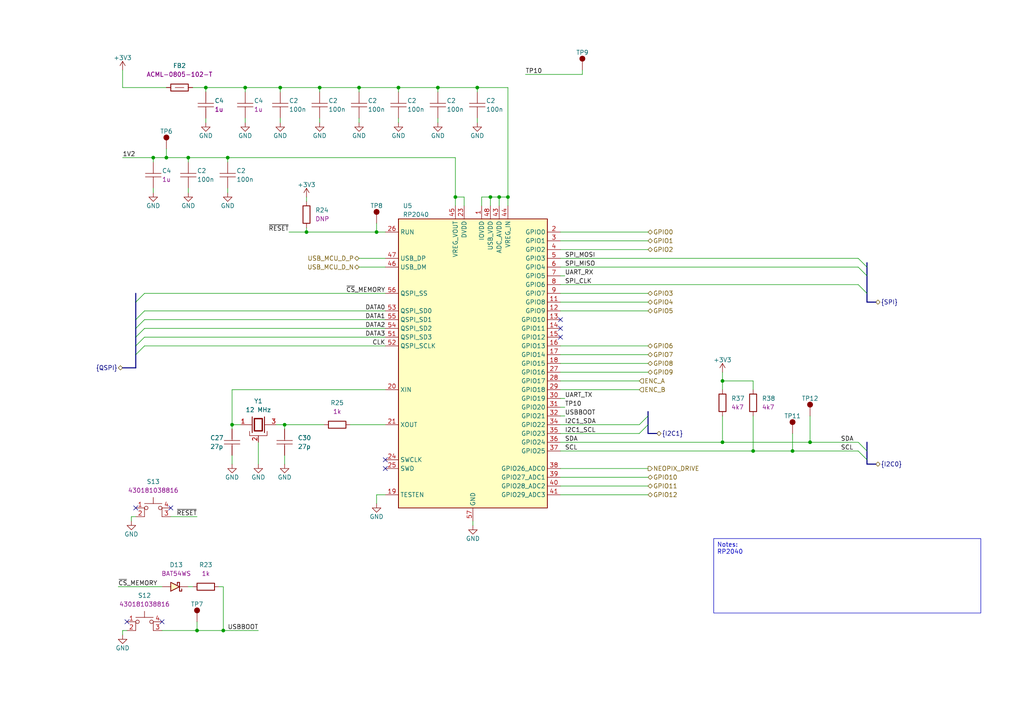
<source format=kicad_sch>
(kicad_sch (version 20230121) (generator eeschema)
  (paper "A4")
  (title_block (title "Programmable Keyboard") (date "2023-10-14") (rev "1.0") (company "Kallio Designs Oy") (comment 1 "TL, NH") (comment 3 "PCB_PN"))
  (lib_symbols
    (symbol "KD_Capacitor:C_0603_100n_X7R_50V" (pin_numbers hide) (pin_names hide)
      (property "Reference" "C" (at 2.54 1.27 0))
      (property "Value" "100n" (at 2.54 -1.27 0))
      (symbol "C_0603_100n_X7R_50V_0_1"
        (polyline (pts (xy -2.286 -0.508) (xy 2.286 -0.508)))
        (polyline (pts (xy -2.286 0.508) (xy 2.286 0.508)))
        (polyline (pts (xy 0 -0.508) (xy 0 -1.016)))
        (polyline (pts (xy 0 0.508) (xy 0 1.016)))
      )
      (symbol "C_0603_100n_X7R_50V_1_1"
        (pin passive line (at 0 3.81 270) (length 2.794) (name "~") (number "1"))
        (pin passive line (at 0 -3.81 90) (length 2.794) (name "~") (number "2"))
      )
    )
    (symbol "KD_Capacitor:C_0603_27p_NP0_5%_50V" (pin_numbers hide) (pin_names hide)
      (property "Reference" "C" (at 2.54 1.27 0))
      (property "Value" "27p" (at 2.54 -1.27 0))
      (symbol "C_0603_27p_NP0_5%_50V_0_1"
        (polyline (pts (xy -2.286 -0.508) (xy 2.286 -0.508)))
        (polyline (pts (xy -2.286 0.508) (xy 2.286 0.508)))
        (polyline (pts (xy 0 -0.508) (xy 0 -1.016)))
        (polyline (pts (xy 0 0.508) (xy 0 1.016)))
      )
      (symbol "C_0603_27p_NP0_5%_50V_1_1"
        (pin passive line (at 0 3.81 270) (length 2.794) (name "~") (number "1"))
        (pin passive line (at 0 -3.81 90) (length 2.794) (name "~") (number "2"))
      )
    )
    (symbol "KD_Capacitor:C_0805_1u_X7R_25V" (pin_numbers hide) (pin_names hide)
      (property "Reference" "C" (at 2.54 1.27 0))
      (property "Code" "1u" (at 2.54 -1.27 0))
      (symbol "C_0805_1u_X7R_25V_0_1"
        (polyline (pts (xy -2.286 -0.508) (xy 2.286 -0.508)))
        (polyline (pts (xy -2.286 0.508) (xy 2.286 0.508)))
        (polyline (pts (xy 0 -0.508) (xy 0 -1.016)))
        (polyline (pts (xy 0 0.508) (xy 0 1.016)))
      )
      (symbol "C_0805_1u_X7R_25V_1_1"
        (pin passive line (at 0 3.81 270) (length 2.794) (name "~") (number "1"))
        (pin passive line (at 0 -3.81 90) (length 2.794) (name "~") (number "2"))
      )
    )
    (symbol "KD_Connector_Pads:TestPoint_1.5mm_Round" (pin_numbers hide) (pin_names hide)
      (property "Reference" "TP" (at 0 5.08 0))
      (symbol "TestPoint_1.5mm_Round_0_1"
        (circle (center 0 3.302) (radius 0.762) (fill (type outline)))
      )
      (symbol "TestPoint_1.5mm_Round_1_1"
        (pin passive line (at 0 0 90) (length 2.54) (name "1") (number "1"))
      )
    )
    (symbol "KD_Connector_Pads:TestPoint_2.5mm_H0.9" (pin_numbers hide) (pin_names hide)
      (property "Reference" "TP" (at 0 5.08 0))
      (symbol "TestPoint_2.5mm_H0.9_0_1"
        (circle (center 0 3.302) (radius 0.762) (fill (type outline)))
      )
      (symbol "TestPoint_2.5mm_H0.9_1_1"
        (pin passive line (at 0 0 90) (length 2.54) (name "1") (number "1"))
      )
    )
    (symbol "KD_Diode:Schottky_30V_200mA_DCo_BAT54WS" (pin_numbers hide) (pin_names hide)
      (property "Reference" "D" (at 0 2.54 0))
      (property "Code" "BAT54WS" (at 0 -2.54 0))
      (symbol "Schottky_30V_200mA_DCo_BAT54WS_0_1"
        (polyline (pts (xy -1.905 0.635) (xy -1.905 1.27) (xy -1.27 1.27) (xy -1.27 -1.27) (xy -0.635 -1.27) (xy -0.635 -0.635)) (stroke (width 0.254)))
      )
      (symbol "Schottky_30V_200mA_DCo_BAT54WS_1_1"
        (polyline (pts (xy 1.27 1.27) (xy 1.27 -1.27) (xy -1.27 0) (xy 1.27 1.27)) (stroke (width 0.254)) (fill (type background)))
        (pin passive line (at -3.81 0 0) (length 2.54) (name "K") (number "1"))
        (pin passive line (at 3.81 0 180) (length 2.54) (name "A") (number "2"))
      )
    )
    (symbol "KD_IC_MCU:RPi_RP2040"
      (property "Reference" "U" (at -20.32 43.18 0))
      (property "Value" "RP2040" (at -20.32 40.64 0))
      (symbol "RPi_RP2040_0_1"
        (rectangle (start -21.59 39.37) (end 21.59 -44.45) (stroke (width 0.254)) (fill (type background)))
      )
      (symbol "RPi_RP2040_1_1"
        (pin power_in line (at 2.54 43.18 270) (length 3.81) (name "IOVDD") (number "1"))
        (pin passive line (at 2.54 43.18 270) (length 3.81) hide (name "IOVDD") (number "10"))
        (pin bidirectional line (at 25.4 15.24 180) (length 3.81) (name "GPIO8") (number "11"))
        (pin bidirectional line (at 25.4 12.7 180) (length 3.81) (name "GPIO9") (number "12"))
        (pin bidirectional line (at 25.4 10.16 180) (length 3.81) (name "GPIO10") (number "13"))
        (pin bidirectional line (at 25.4 7.62 180) (length 3.81) (name "GPIO11") (number "14"))
        (pin bidirectional line (at 25.4 5.08 180) (length 3.81) (name "GPIO12") (number "15"))
        (pin bidirectional line (at 25.4 2.54 180) (length 3.81) (name "GPIO13") (number "16"))
        (pin bidirectional line (at 25.4 0 180) (length 3.81) (name "GPIO14") (number "17"))
        (pin bidirectional line (at 25.4 -2.54 180) (length 3.81) (name "GPIO15") (number "18"))
        (pin input line (at -25.4 -40.64 0) (length 3.81) (name "TESTEN") (number "19"))
        (pin bidirectional line (at 25.4 35.56 180) (length 3.81) (name "GPIO0") (number "2"))
        (pin input line (at -25.4 -10.16 0) (length 3.81) (name "XIN") (number "20"))
        (pin passive line (at -25.4 -20.32 0) (length 3.81) (name "XOUT") (number "21"))
        (pin passive line (at 2.54 43.18 270) (length 3.81) hide (name "IOVDD") (number "22"))
        (pin power_in line (at -2.54 43.18 270) (length 3.81) (name "DVDD") (number "23"))
        (pin input line (at -25.4 -30.48 0) (length 3.81) (name "SWCLK") (number "24"))
        (pin bidirectional line (at -25.4 -33.02 0) (length 3.81) (name "SWD") (number "25"))
        (pin input line (at -25.4 35.56 0) (length 3.81) (name "RUN") (number "26"))
        (pin bidirectional line (at 25.4 -5.08 180) (length 3.81) (name "GPIO16") (number "27"))
        (pin bidirectional line (at 25.4 -7.62 180) (length 3.81) (name "GPIO17") (number "28"))
        (pin bidirectional line (at 25.4 -10.16 180) (length 3.81) (name "GPIO18") (number "29"))
        (pin bidirectional line (at 25.4 33.02 180) (length 3.81) (name "GPIO1") (number "3"))
        (pin bidirectional line (at 25.4 -12.7 180) (length 3.81) (name "GPIO19") (number "30"))
        (pin bidirectional line (at 25.4 -15.24 180) (length 3.81) (name "GPIO20") (number "31"))
        (pin bidirectional line (at 25.4 -17.78 180) (length 3.81) (name "GPIO21") (number "32"))
        (pin passive line (at 2.54 43.18 270) (length 3.81) hide (name "IOVDD") (number "33"))
        (pin bidirectional line (at 25.4 -20.32 180) (length 3.81) (name "GPIO22") (number "34"))
        (pin bidirectional line (at 25.4 -22.86 180) (length 3.81) (name "GPIO23") (number "35"))
        (pin bidirectional line (at 25.4 -25.4 180) (length 3.81) (name "GPIO24") (number "36"))
        (pin bidirectional line (at 25.4 -27.94 180) (length 3.81) (name "GPIO25") (number "37"))
        (pin bidirectional line (at 25.4 -33.02 180) (length 3.81) (name "GPIO26_ADC0") (number "38"))
        (pin bidirectional line (at 25.4 -35.56 180) (length 3.81) (name "GPIO27_ADC1") (number "39"))
        (pin bidirectional line (at 25.4 30.48 180) (length 3.81) (name "GPIO2") (number "4"))
        (pin bidirectional line (at 25.4 -38.1 180) (length 3.81) (name "GPIO28_ADC2") (number "40"))
        (pin bidirectional line (at 25.4 -40.64 180) (length 3.81) (name "GPIO29_ADC3") (number "41"))
        (pin passive line (at 2.54 43.18 270) (length 3.81) hide (name "IOVDD") (number "42"))
        (pin power_in line (at 7.62 43.18 270) (length 3.81) (name "ADC_AVDD") (number "43"))
        (pin power_in line (at 10.16 43.18 270) (length 3.81) (name "VREG_IN") (number "44"))
        (pin power_out line (at -5.08 43.18 270) (length 3.81) (name "VREG_VOUT") (number "45"))
        (pin bidirectional line (at -25.4 25.4 0) (length 3.81) (name "USB_DM") (number "46"))
        (pin bidirectional line (at -25.4 27.94 0) (length 3.81) (name "USB_DP") (number "47"))
        (pin power_in line (at 5.08 43.18 270) (length 3.81) (name "USB_VDD") (number "48"))
        (pin passive line (at 2.54 43.18 270) (length 3.81) hide (name "IOVDD") (number "49"))
        (pin bidirectional line (at 25.4 27.94 180) (length 3.81) (name "GPIO3") (number "5"))
        (pin passive line (at -2.54 43.18 270) (length 3.81) hide (name "DVDD") (number "50"))
        (pin bidirectional line (at -25.4 5.08 0) (length 3.81) (name "QSPI_SD3") (number "51"))
        (pin output line (at -25.4 2.54 0) (length 3.81) (name "QSPI_SCLK") (number "52"))
        (pin bidirectional line (at -25.4 12.7 0) (length 3.81) (name "QSPI_SD0") (number "53"))
        (pin bidirectional line (at -25.4 7.62 0) (length 3.81) (name "QSPI_SD2") (number "54"))
        (pin bidirectional line (at -25.4 10.16 0) (length 3.81) (name "QSPI_SD1") (number "55"))
        (pin bidirectional line (at -25.4 17.78 0) (length 3.81) (name "QSPI_SS") (number "56"))
        (pin power_in line (at 0 -48.26 90) (length 3.81) (name "GND") (number "57"))
        (pin bidirectional line (at 25.4 25.4 180) (length 3.81) (name "GPIO4") (number "6"))
        (pin bidirectional line (at 25.4 22.86 180) (length 3.81) (name "GPIO5") (number "7"))
        (pin bidirectional line (at 25.4 20.32 180) (length 3.81) (name "GPIO6") (number "8"))
        (pin bidirectional line (at 25.4 17.78 180) (length 3.81) (name "GPIO7") (number "9"))
      )
    )
    (symbol "KD_Inductor:Ferrite_300mA_Abracon_ACML-0805-102-T" (pin_numbers hide) (pin_names hide)
      (property "Reference" "FB" (at 2.54 1.27 0))
      (property "Code" "ACML-0805-102-T" (at 2.54 -1.27 0))
      (symbol "Ferrite_300mA_Abracon_ACML-0805-102-T_0_1"
        (rectangle (start -1.016 2.54) (end 1.016 -2.54) (stroke (width 0.254)))
        (polyline (pts (xy 0 1.27) (xy 0 -1.27)))
      )
      (symbol "Ferrite_300mA_Abracon_ACML-0805-102-T_1_1"
        (pin passive line (at 0 3.81 270) (length 1.27) (name "~") (number "1"))
        (pin passive line (at 0 -3.81 90) (length 1.27) (name "~") (number "2"))
      )
    )
    (symbol "KD_Oscillator:Crystal_12M_RH100-12.000-18-2020-EXT-TR" (pin_names hide)
      (property "Reference" "Y" (at 0 6.858 0))
      (property "Value" "12 MHz" (at 0 4.318 0))
      (symbol "Crystal_12M_RH100-12.000-18-2020-EXT-TR_0_1"
        (polyline (pts (xy -2.54 0) (xy -3.81 0)))
        (polyline (pts (xy -2.54 0) (xy -1.778 0)))
        (polyline (pts (xy 2.54 0) (xy 1.778 0)))
        (polyline (pts (xy 3.81 0) (xy 2.54 0)))
        (polyline (pts (xy -2.54 -1.905) (xy -2.54 -3.175) (xy 2.54 -3.175) (xy 2.54 -1.905)))
      )
      (symbol "Crystal_12M_RH100-12.000-18-2020-EXT-TR_1_0"
        (pin passive line (at 0 -5.08 90) (length 1.905) (name "GND") (number "2"))
        (pin passive line (at 0 -5.08 90) (length 1.905) hide (name "GND") (number "4"))
      )
      (symbol "Crystal_12M_RH100-12.000-18-2020-EXT-TR_1_1"
        (rectangle (start -1.143 1.778) (end 1.143 -1.778) (stroke (width 0.381)))
        (polyline (pts (xy -1.778 -2.286) (xy -1.778 2.286)) (stroke (width 0.254)))
        (polyline (pts (xy 1.778 -2.286) (xy 1.778 2.286)) (stroke (width 0.254)))
        (pin passive line (at -5.08 0 0) (length 1.27) (name "") (number "1"))
        (pin passive line (at 5.08 0 180) (length 1.27) (name "") (number "3"))
      )
    )
    (symbol "KD_Resistor:R_0402_4700_1%" (pin_numbers hide) (pin_names hide)
      (property "Reference" "R" (at 1.905 1.27 0))
      (property "Code" "4k7" (at 1.905 -1.27 0))
      (symbol "R_0402_4700_1%_0_1"
        (rectangle (start -1.016 2.54) (end 1.016 -2.54) (stroke (width 0.254)))
      )
      (symbol "R_0402_4700_1%_1_1"
        (pin passive line (at 0 3.81 270) (length 1.27) (name "~") (number "1"))
        (pin passive line (at 0 -3.81 90) (length 1.27) (name "~") (number "2"))
      )
    )
    (symbol "KD_Resistor:R_0603_1k_1%" (pin_numbers hide) (pin_names hide)
      (property "Reference" "R" (at 1.905 1.27 0))
      (property "Code" "1k" (at 1.905 -1.27 0))
      (symbol "R_0603_1k_1%_0_1"
        (rectangle (start -1.016 -2.54) (end 1.016 2.54) (stroke (width 0.254)))
      )
      (symbol "R_0603_1k_1%_1_1"
        (pin passive line (at 0 3.81 270) (length 1.27) (name "~") (number "1"))
        (pin passive line (at 0 -3.81 90) (length 1.27) (name "~") (number "2"))
      )
    )
    (symbol "KD_Resistor:R_0603_DNP" (pin_numbers hide) (pin_names hide)
      (property "Reference" "R" (at 1.905 1.27 0))
      (property "Code" "DNP" (at 1.905 -1.27 0))
      (symbol "R_0603_DNP_0_1"
        (rectangle (start -1.016 -2.54) (end 1.016 2.54) (stroke (width 0.254)))
      )
      (symbol "R_0603_DNP_1_1"
        (pin passive line (at 0 3.81 270) (length 1.27) (name "~") (number "1"))
        (pin passive line (at 0 -3.81 90) (length 1.27) (name "~") (number "2"))
      )
    )
    (symbol "KD_Switch:Button_tactile_45x38_430181038816" (pin_names hide)
      (property "Reference" "S" (at 0 5.08 0))
      (property "Code" "430181038816" (at 0 -5.08 0))
      (symbol "Button_tactile_45x38_430181038816_0_1"
        (circle (center -2.032 0) (radius 0.508))
        (polyline (pts (xy -2.54 -2.54) (xy -2.54 0)))
        (polyline (pts (xy 0 1.27) (xy 0 3.048)))
        (polyline (pts (xy 2.54 0) (xy 2.54 -2.54)))
        (polyline (pts (xy 2.54 1.27) (xy -2.54 1.27)))
        (circle (center 2.032 0) (radius 0.508))
        (pin passive line (at -5.08 0 0) (length 2.54) (name "1") (number "1"))
        (pin passive line (at -5.08 -2.54 0) (length 2.54) (name "2") (number "2"))
        (pin passive line (at 5.08 -2.54 180) (length 2.54) (name "3") (number "3"))
        (pin passive line (at 5.08 0 180) (length 2.54) (name "4") (number "4"))
      )
    )
    (symbol "power:+3V3" (power) (pin_names (offset 0))
      (property "Value" "+3V3" (at 0 3.556 0))
      (symbol "+3V3_0_1"
        (polyline (pts (xy -0.762 1.27) (xy 0 2.54)))
        (polyline (pts (xy 0 0) (xy 0 2.54)))
        (polyline (pts (xy 0 2.54) (xy 0.762 1.27)))
      )
      (symbol "+3V3_1_1"
        (pin power_in line (at 0 0 90) (length 0) hide (name "+3V3") (number "1"))
      )
    )
    (symbol "power:GND" (power) (pin_names (offset 0))
      (property "Value" "GND" (at 0 -3.81 0))
      (symbol "GND_0_1"
        (polyline (pts (xy 0 0) (xy 0 -1.27) (xy 1.27 -1.27) (xy 0 -2.54) (xy -1.27 -1.27) (xy 0 -1.27)))
      )
      (symbol "GND_1_1"
        (pin power_in line (at 0 0 270) (length 0) hide (name "GND") (number "1"))
      )
    )
  )
  (bus_alias "I2C1" (members "I2C1_SDA" "I2C1_SCL"))
  (bus_alias "I2C0" (members "SDA" "SCL"))
  (bus_alias "QSPI" (members "DATA0" "DATA1" "DATA2" "DATA3" "~{CS}_MEMORY" "CLK"))
  (bus_alias "SPI" (members "SPI_CLK" "SPI_MISO" "SPI_MOSI" "SPI_CS0"))
  (junction (at 142.24 57.15))
  (junction (at 71.12 25.4))
  (junction (at 209.55 128.27))
  (junction (at 104.14 25.4))
  (junction (at 218.44 130.81))
  (junction (at 88.9 67.31))
  (junction (at 67.31 123.19))
  (junction (at 147.32 57.15))
  (junction (at 138.43 25.4))
  (junction (at 127 25.4))
  (junction (at 82.55 123.19))
  (junction (at 57.15 182.88))
  (junction (at 109.22 67.31))
  (junction (at 144.78 57.15))
  (junction (at 209.55 110.49))
  (junction (at 92.71 25.4))
  (junction (at 132.08 57.15))
  (junction (at 44.45 45.72))
  (junction (at 66.04 45.72))
  (junction (at 115.57 25.4))
  (junction (at 81.28 25.4))
  (junction (at 229.87 130.81))
  (junction (at 54.61 45.72))
  (junction (at 64.77 182.88))
  (junction (at 59.69 25.4))
  (junction (at 234.95 128.27))
  (junction (at 48.26 45.72))
  (no_connect (at 111.76 133.35))
  (no_connect (at 39.37 147.32))
  (no_connect (at 162.56 92.71))
  (no_connect (at 111.76 135.89))
  (no_connect (at 49.53 147.32))
  (no_connect (at 36.83 180.34))
  (no_connect (at 162.56 95.25))
  (no_connect (at 46.99 180.34))
  (no_connect (at 162.56 97.79))
  (bus_entry (at 39.37 87.63) (size 2.54 -2.54))
  (bus_entry (at 248.92 82.55) (size 2.54 2.54))
  (bus_entry (at 248.92 77.47) (size 2.54 2.54))
  (bus_entry (at 39.37 102.87) (size 2.54 -2.54))
  (bus_entry (at 39.37 97.79) (size 2.54 -2.54))
  (bus_entry (at 185.42 123.19) (size 2.54 -2.54))
  (bus_entry (at 39.37 92.71) (size 2.54 -2.54))
  (bus_entry (at 39.37 100.33) (size 2.54 -2.54))
  (bus_entry (at 185.42 125.73) (size 2.54 -2.54))
  (bus_entry (at 39.37 95.25) (size 2.54 -2.54))
  (bus_entry (at 248.92 74.93) (size 2.54 2.54))
  (bus_entry (at 248.92 130.81) (size 2.54 2.54))
  (bus_entry (at 248.92 128.27) (size 2.54 2.54))
  (wire (pts (xy 54.61 45.72) (xy 66.04 45.72)))
  (wire (pts (xy 59.69 34.29) (xy 59.69 35.56)))
  (bus (pts (xy 187.96 123.19) (xy 187.96 125.73)))
  (wire (pts (xy 71.12 34.29) (xy 71.12 35.56)))
  (wire (pts (xy 187.96 69.85) (xy 162.56 69.85)))
  (wire (pts (xy 187.96 67.31) (xy 162.56 67.31)))
  (wire (pts (xy 163.83 118.11) (xy 162.56 118.11)))
  (wire (pts (xy 137.16 152.4) (xy 137.16 151.13)))
  (wire (pts (xy 104.14 74.93) (xy 111.76 74.93)))
  (wire (pts (xy 187.96 138.43) (xy 162.56 138.43)))
  (bus (pts (xy 39.37 87.63) (xy 39.37 92.71)))
  (wire (pts (xy 162.56 113.03) (xy 185.42 113.03)))
  (wire (pts (xy 162.56 74.93) (xy 248.92 74.93)))
  (wire (pts (xy 66.04 54.61) (xy 66.04 55.88)))
  (wire (pts (xy 147.32 57.15) (xy 144.78 57.15)))
  (wire (pts (xy 162.56 77.47) (xy 248.92 77.47)))
  (wire (pts (xy 163.83 115.57) (xy 162.56 115.57)))
  (wire (pts (xy 41.91 85.09) (xy 111.76 85.09)))
  (wire (pts (xy 82.55 123.19) (xy 82.55 124.46)))
  (wire (pts (xy 88.9 66.04) (xy 88.9 67.31)))
  (wire (pts (xy 162.56 135.89) (xy 187.96 135.89)))
  (wire (pts (xy 187.96 87.63) (xy 162.56 87.63)))
  (wire (pts (xy 142.24 57.15) (xy 139.7 57.15)))
  (wire (pts (xy 81.28 25.4) (xy 92.71 25.4)))
  (wire (pts (xy 115.57 25.4) (xy 127 25.4)))
  (wire (pts (xy 209.55 120.65) (xy 209.55 128.27)))
  (wire (pts (xy 229.87 125.73) (xy 229.87 130.81)))
  (bus (pts (xy 251.46 128.27) (xy 251.46 130.81)))
  (wire (pts (xy 101.6 123.19) (xy 111.76 123.19)))
  (wire (pts (xy 162.56 123.19) (xy 185.42 123.19)))
  (wire (pts (xy 138.43 34.29) (xy 138.43 35.56)))
  (wire (pts (xy 187.96 143.51) (xy 162.56 143.51)))
  (wire (pts (xy 109.22 64.77) (xy 109.22 67.31)))
  (wire (pts (xy 92.71 34.29) (xy 92.71 35.56)))
  (wire (pts (xy 59.69 25.4) (xy 59.69 26.67)))
  (wire (pts (xy 54.61 46.99) (xy 54.61 45.72)))
  (wire (pts (xy 81.28 26.67) (xy 81.28 25.4)))
  (wire (pts (xy 38.1 149.86) (xy 38.1 151.13)))
  (wire (pts (xy 88.9 57.15) (xy 88.9 58.42)))
  (wire (pts (xy 187.96 107.95) (xy 162.56 107.95)))
  (wire (pts (xy 229.87 130.81) (xy 248.92 130.81)))
  (wire (pts (xy 218.44 130.81) (xy 229.87 130.81)))
  (wire (pts (xy 49.53 149.86) (xy 57.15 149.86)))
  (wire (pts (xy 209.55 110.49) (xy 209.55 113.03)))
  (wire (pts (xy 162.56 82.55) (xy 248.92 82.55)))
  (wire (pts (xy 111.76 100.33) (xy 41.91 100.33)))
  (wire (pts (xy 66.04 46.99) (xy 66.04 45.72)))
  (wire (pts (xy 127 25.4) (xy 138.43 25.4)))
  (wire (pts (xy 127 26.67) (xy 127 25.4)))
  (wire (pts (xy 46.99 182.88) (xy 57.15 182.88)))
  (wire (pts (xy 66.04 45.72) (xy 132.08 45.72)))
  (wire (pts (xy 209.55 107.95) (xy 209.55 110.49)))
  (wire (pts (xy 209.55 110.49) (xy 218.44 110.49)))
  (wire (pts (xy 132.08 57.15) (xy 132.08 59.69)))
  (wire (pts (xy 234.95 120.65) (xy 234.95 128.27)))
  (wire (pts (xy 80.01 123.19) (xy 82.55 123.19)))
  (wire (pts (xy 111.76 95.25) (xy 41.91 95.25)))
  (wire (pts (xy 59.69 25.4) (xy 71.12 25.4)))
  (wire (pts (xy 44.45 46.99) (xy 44.45 45.72)))
  (wire (pts (xy 132.08 57.15) (xy 134.62 57.15)))
  (wire (pts (xy 218.44 113.03) (xy 218.44 110.49)))
  (wire (pts (xy 104.14 25.4) (xy 115.57 25.4)))
  (wire (pts (xy 54.61 54.61) (xy 54.61 55.88)))
  (wire (pts (xy 109.22 67.31) (xy 111.76 67.31)))
  (wire (pts (xy 144.78 59.69) (xy 144.78 57.15)))
  (bus (pts (xy 39.37 92.71) (xy 39.37 95.25)))
  (bus (pts (xy 254 87.63) (xy 251.46 87.63)))
  (wire (pts (xy 48.26 43.18) (xy 48.26 45.72)))
  (bus (pts (xy 39.37 100.33) (xy 39.37 102.87)))
  (wire (pts (xy 115.57 34.29) (xy 115.57 35.56)))
  (bus (pts (xy 251.46 76.2) (xy 251.46 77.47)))
  (wire (pts (xy 57.15 182.88) (xy 64.77 182.88)))
  (wire (pts (xy 139.7 57.15) (xy 139.7 59.69)))
  (wire (pts (xy 83.82 67.31) (xy 88.9 67.31)))
  (wire (pts (xy 35.56 182.88) (xy 35.56 184.15)))
  (wire (pts (xy 187.96 90.17) (xy 162.56 90.17)))
  (bus (pts (xy 39.37 97.79) (xy 39.37 100.33)))
  (bus (pts (xy 251.46 133.35) (xy 251.46 134.62)))
  (bus (pts (xy 251.46 85.09) (xy 251.46 87.63)))
  (wire (pts (xy 57.15 180.34) (xy 57.15 182.88)))
  (bus (pts (xy 251.46 130.81) (xy 251.46 133.35)))
  (wire (pts (xy 142.24 59.69) (xy 142.24 57.15)))
  (wire (pts (xy 69.85 123.19) (xy 67.31 123.19)))
  (wire (pts (xy 209.55 128.27) (xy 234.95 128.27)))
  (wire (pts (xy 81.28 25.4) (xy 71.12 25.4)))
  (wire (pts (xy 138.43 26.67) (xy 138.43 25.4)))
  (wire (pts (xy 147.32 59.69) (xy 147.32 57.15)))
  (wire (pts (xy 138.43 25.4) (xy 147.32 25.4)))
  (bus (pts (xy 251.46 80.01) (xy 251.46 85.09)))
  (wire (pts (xy 55.88 170.18) (xy 54.61 170.18)))
  (wire (pts (xy 152.4 21.59) (xy 168.91 21.59)))
  (wire (pts (xy 163.83 80.01) (xy 162.56 80.01)))
  (wire (pts (xy 111.76 97.79) (xy 41.91 97.79)))
  (wire (pts (xy 111.76 143.51) (xy 109.22 143.51)))
  (wire (pts (xy 71.12 26.67) (xy 71.12 25.4)))
  (wire (pts (xy 35.56 45.72) (xy 44.45 45.72)))
  (bus (pts (xy 39.37 102.87) (xy 39.37 106.68)))
  (wire (pts (xy 234.95 128.27) (xy 248.92 128.27)))
  (wire (pts (xy 104.14 77.47) (xy 111.76 77.47)))
  (wire (pts (xy 67.31 123.19) (xy 67.31 124.46)))
  (wire (pts (xy 115.57 26.67) (xy 115.57 25.4)))
  (wire (pts (xy 162.56 125.73) (xy 185.42 125.73)))
  (wire (pts (xy 104.14 26.67) (xy 104.14 25.4)))
  (wire (pts (xy 92.71 26.67) (xy 92.71 25.4)))
  (wire (pts (xy 162.56 110.49) (xy 185.42 110.49)))
  (wire (pts (xy 147.32 25.4) (xy 147.32 57.15)))
  (wire (pts (xy 44.45 54.61) (xy 44.45 55.88)))
  (bus (pts (xy 251.46 77.47) (xy 251.46 80.01)))
  (wire (pts (xy 64.77 170.18) (xy 64.77 182.88)))
  (wire (pts (xy 88.9 67.31) (xy 109.22 67.31)))
  (wire (pts (xy 104.14 34.29) (xy 104.14 35.56)))
  (wire (pts (xy 127 34.29) (xy 127 35.56)))
  (wire (pts (xy 34.29 170.18) (xy 46.99 170.18)))
  (wire (pts (xy 55.88 25.4) (xy 59.69 25.4)))
  (wire (pts (xy 111.76 92.71) (xy 41.91 92.71)))
  (wire (pts (xy 132.08 45.72) (xy 132.08 57.15)))
  (wire (pts (xy 162.56 120.65) (xy 163.83 120.65)))
  (wire (pts (xy 111.76 113.03) (xy 67.31 113.03)))
  (wire (pts (xy 144.78 57.15) (xy 142.24 57.15)))
  (wire (pts (xy 81.28 34.29) (xy 81.28 35.56)))
  (wire (pts (xy 218.44 120.65) (xy 218.44 130.81)))
  (wire (pts (xy 187.96 105.41) (xy 162.56 105.41)))
  (wire (pts (xy 134.62 59.69) (xy 134.62 57.15)))
  (wire (pts (xy 63.5 170.18) (xy 64.77 170.18)))
  (wire (pts (xy 187.96 100.33) (xy 162.56 100.33)))
  (wire (pts (xy 168.91 21.59) (xy 168.91 20.32)))
  (bus (pts (xy 187.96 120.65) (xy 187.96 123.19)))
  (wire (pts (xy 36.83 182.88) (xy 35.56 182.88)))
  (wire (pts (xy 54.61 45.72) (xy 48.26 45.72)))
  (wire (pts (xy 48.26 25.4) (xy 35.56 25.4)))
  (wire (pts (xy 74.93 134.62) (xy 74.93 128.27)))
  (wire (pts (xy 162.56 128.27) (xy 209.55 128.27)))
  (wire (pts (xy 162.56 130.81) (xy 218.44 130.81)))
  (bus (pts (xy 187.96 119.38) (xy 187.96 120.65)))
  (wire (pts (xy 187.96 72.39) (xy 162.56 72.39)))
  (wire (pts (xy 35.56 25.4) (xy 35.56 20.32)))
  (wire (pts (xy 111.76 90.17) (xy 41.91 90.17)))
  (bus (pts (xy 190.5 125.73) (xy 187.96 125.73)))
  (bus (pts (xy 39.37 106.68) (xy 35.56 106.68)))
  (wire (pts (xy 187.96 140.97) (xy 162.56 140.97)))
  (bus (pts (xy 254 134.62) (xy 251.46 134.62)))
  (wire (pts (xy 187.96 102.87) (xy 162.56 102.87)))
  (wire (pts (xy 92.71 25.4) (xy 104.14 25.4)))
  (wire (pts (xy 82.55 134.62) (xy 82.55 132.08)))
  (wire (pts (xy 48.26 45.72) (xy 44.45 45.72)))
  (wire (pts (xy 67.31 134.62) (xy 67.31 132.08)))
  (wire (pts (xy 109.22 143.51) (xy 109.22 146.05)))
  (wire (pts (xy 39.37 149.86) (xy 38.1 149.86)))
  (wire (pts (xy 187.96 85.09) (xy 162.56 85.09)))
  (wire (pts (xy 67.31 113.03) (xy 67.31 123.19)))
  (bus (pts (xy 39.37 85.09) (xy 39.37 87.63)))
  (wire (pts (xy 82.55 123.19) (xy 93.98 123.19)))
  (bus (pts (xy 39.37 95.25) (xy 39.37 97.79)))
  (wire (pts (xy 64.77 182.88) (xy 74.93 182.88)))
  (text_box "Notes:\nRP2040" (at 207.01 156.21 0) (size 77.47 21.59) (effects (font (size 1.27 1.27)) (justify left top)))
  (label "USBBOOT" (at 163.83 120.65 0))
  (label "I2C1_SCL" (at 163.83 125.73 0))
  (label "SPI_CLK" (at 163.83 82.55 0))
  (label "SDA" (at 163.83 128.27 0))
  (label "DATA1" (at 111.76 92.71 180))
  (label "USBBOOT" (at 74.93 182.88 180))
  (label "SCL" (at 243.84 130.81 0))
  (label "TP10" (at 163.83 118.11 0))
  (label "~{CS}_MEMORY" (at 34.29 170.18 0))
  (label "CLK" (at 111.76 100.33 180))
  (label "SCL" (at 163.83 130.81 0))
  (label "DATA0" (at 111.76 90.17 180))
  (label "UART_TX" (at 163.83 115.57 0))
  (label "DATA3" (at 111.76 97.79 180))
  (label "~{CS}_MEMORY" (at 111.76 85.09 180))
  (label "DATA2" (at 111.76 95.25 180))
  (label "SPI_MOSI" (at 163.83 74.93 0))
  (label "~{RESET}" (at 83.82 67.31 180))
  (label "1V2" (at 35.56 45.72 0))
  (label "TP10" (at 152.4 21.59 0))
  (label "I2C1_SDA" (at 163.83 123.19 0))
  (label "SPI_MISO" (at 163.83 77.47 0))
  (label "UART_RX" (at 163.83 80.01 0))
  (label "SDA" (at 243.84 128.27 0))
  (label "~{RESET}" (at 57.15 149.86 180))
  (hierarchical_label "GPIO9" (shape bidirectional) (at 187.96 107.95 0))
  (hierarchical_label "GPIO11" (shape bidirectional) (at 187.96 140.97 0))
  (hierarchical_label "{I2C0}" (shape bidirectional) (at 254 134.62 0))
  (hierarchical_label "USB_MCU_D_P" (shape bidirectional) (at 104.14 74.93 180))
  (hierarchical_label "GPIO12" (shape bidirectional) (at 187.96 143.51 0))
  (hierarchical_label "GPIO5" (shape bidirectional) (at 187.96 90.17 0))
  (hierarchical_label "GPIO6" (shape bidirectional) (at 187.96 100.33 0))
  (hierarchical_label "GPIO8" (shape bidirectional) (at 187.96 105.41 0))
  (hierarchical_label "{I2C1}" (shape bidirectional) (at 190.5 125.73 0))
  (hierarchical_label "USB_MCU_D_N" (shape bidirectional) (at 104.14 77.47 180))
  (hierarchical_label "{QSPI}" (shape bidirectional) (at 35.56 106.68 180))
  (hierarchical_label "GPIO2" (shape bidirectional) (at 187.96 72.39 0))
  (hierarchical_label "ENC_B" (shape input) (at 185.42 113.03 0))
  (hierarchical_label "{SPI}" (shape bidirectional) (at 254 87.63 0))
  (hierarchical_label "GPIO1" (shape bidirectional) (at 187.96 69.85 0))
  (hierarchical_label "GPIO7" (shape bidirectional) (at 187.96 102.87 0))
  (hierarchical_label "GPIO4" (shape bidirectional) (at 187.96 87.63 0))
  (hierarchical_label "ENC_A" (shape input) (at 185.42 110.49 0))
  (hierarchical_label "GPIO10" (shape bidirectional) (at 187.96 138.43 0))
  (hierarchical_label "NEOPIX_DRIVE" (shape output) (at 187.96 135.89 0))
  (hierarchical_label "GPIO0" (shape bidirectional) (at 187.96 67.31 0))
  (hierarchical_label "GPIO3" (shape bidirectional) (at 187.96 85.09 0))
  (symbol (lib_id "KD_Capacitor:C_0603_100n_X7R_50V") (at 127 30.48 0) (unit 1)
    (property "Reference" "C2" (at 129.54 29.21 0) (effects (justify left)))
    (property "Value" "100n" (at 129.54 31.75 0) (effects (justify left)))
    (property "Footprint" "KD_Capacitor:CAPC1608X90N" (effects hide))
    (property "Datasheet" "https://mm.digikey.com/Volume0/opasdata/d220001/medias/docus/658/CL10B104KB8NNWC_Spec.pdf" (effects hide))
    (property "Value" "100n" (at 129.54 31.75 0) (effects (justify left)))
    (property "Manufacturer" "Samsung" (effects hide))
    (property "MFG_PartNo" "CL10B104KB8NNWC" (effects hide))
    (property "Supplier" "Digi-Key" (effects hide))
    (property "Supplier_PartNo" "1276-1935-1-ND" (effects hide))
    (property "DNP" "F" (effects hide))
    (property "Price" "0.01" (effects hide))
    (instances (project "000052 RCCON" (path "" (reference "C2") (unit 1))) (project "000018 PGKB" (path "" (reference "C34") (unit 1))))
  )
  (symbol (lib_id "KD_Connector_Pads:TestPoint_2.5mm_H0.9") (at 57.15 180.34 0) (unit 1)
    (property "Reference" "TP7" (at 57.15 175.26 0))
    (property "Value" "TP D2.5 mm H0.9mm" (effects hide))
    (property "Footprint" "KD_Connector_Pads:TestPoint_Pad_D2.5mm_H0.9mm" (effects hide))
    (property "Datasheet" "DNP" (effects hide))
    (property "Code" "DNP" (effects hide))
    (property "Manufacturer" "DNP" (effects hide))
    (property "MFG_PartNo" "DNP" (effects hide))
    (property "Supplier" "DNP" (effects hide))
    (property "Supplier_PartNo" "DNP" (effects hide))
    (property "DNP" "T" (effects hide))
    (property "Price" "0.00" (effects hide))
  )
  (symbol (lib_id "power:GND") (at 82.55 134.62 0) (mirror y) (unit 1)
    (property "Reference" "#GND05" (effects hide))
    (property "Value" "GND" (at 82.55 138.43 0))
    (instances (project "000052 RCCON" (path "" (reference "#GND05") (unit 1))) (project "000018 PGKB" (path "" (reference "#GND023") (unit 1))))
  )
  (symbol (lib_id "power:GND") (at 71.12 35.56 0) (mirror y) (unit 1)
    (property "Reference" "#GND04" (effects hide))
    (property "Value" "GND" (at 71.12 39.37 0))
    (instances (project "000052 RCCON" (path "" (reference "#GND04") (unit 1))) (project "000018 PGKB" (path "" (reference "#GND020") (unit 1))))
  )
  (symbol (lib_id "KD_IC_MCU:RPi_RP2040") (at 137.16 102.87 0) (unit 1)
    (property "Reference" "U5" (at 116.84 59.69 0) (effects (justify left)))
    (property "Value" "RP2040" (at 116.84 62.23 0) (effects (justify left)))
    (property "Footprint" "Package_DFN_QFN:QFN-56-1EP_7x7mm_P0.4mm_EP3.2x3.2mm" (effects hide))
    (property "Datasheet" "datasheet" (effects hide))
    (property "Manufacturer" "Raspberry Pi" (effects hide))
    (property "MFG_PartNo" "SC0914(13)" (effects hide))
    (property "Supplier" "Digi-Key" (effects hide))
    (property "Supplier_PartNo" "2648-SC0914(13)CT-ND" (effects hide))
    (property "DNP" "F" (effects hide))
    (property "Price" "0.66" (effects hide))
  )
  (symbol (lib_id "power:GND") (at 127 35.56 0) (mirror y) (unit 1)
    (property "Reference" "#GND02" (effects hide))
    (property "Value" "GND" (at 127 39.37 0))
    (instances (project "000052 RCCON" (path "" (reference "#GND02") (unit 1))) (project "000018 PGKB" (path "" (reference "#GND028") (unit 1))))
  )
  (symbol (lib_id "KD_Capacitor:C_0603_100n_X7R_50V") (at 92.71 30.48 0) (unit 1)
    (property "Reference" "C2" (at 95.25 29.21 0) (effects (justify left)))
    (property "Value" "100n" (at 95.25 31.75 0) (effects (justify left)))
    (property "Footprint" "KD_Capacitor:CAPC1608X90N" (effects hide))
    (property "Datasheet" "https://mm.digikey.com/Volume0/opasdata/d220001/medias/docus/658/CL10B104KB8NNWC_Spec.pdf" (effects hide))
    (property "Value" "100n" (at 95.25 31.75 0) (effects (justify left)))
    (property "Manufacturer" "Samsung" (effects hide))
    (property "MFG_PartNo" "CL10B104KB8NNWC" (effects hide))
    (property "Supplier" "Digi-Key" (effects hide))
    (property "Supplier_PartNo" "1276-1935-1-ND" (effects hide))
    (property "DNP" "F" (effects hide))
    (property "Price" "0.01" (effects hide))
    (instances (project "000052 RCCON" (path "" (reference "C2") (unit 1))) (project "000018 PGKB" (path "" (reference "C31") (unit 1))))
  )
  (symbol (lib_id "KD_Resistor:R_0402_4700_1%") (at 209.55 116.84 0) (unit 1)
    (property "Reference" "R37" (at 212.09 115.57 0) (effects (justify left)))
    (property "Value" "4k7" (effects hide))
    (property "Footprint" "KD_Resistor:RESC1005X40N" (effects hide))
    (property "Datasheet" "https://www.te.com/commerce/DocumentDelivery/DDEController?Action=srchrtrv&DocNm=1773204-3&DocType=DS&DocLang=English" (effects hide))
    (property "Code" "4k7" (at 212.09 118.11 0) (effects (justify left)))
    (property "Manufacturer" "Bourns Inc." (effects hide))
    (property "MFG_PartNo" "CR0402-FX-4701GLF" (effects hide))
    (property "Supplier" "Digi-Key" (effects hide))
    (property "Supplier_PartNo" "CR0402-FX-4701GLFCT-ND" (effects hide))
    (property "DNP" "F" (effects hide))
    (property "Price" "0.01" (effects hide))
    (instances (project "000052 RCCON" (path "" (reference "R37") (unit 1))) (project "000018 PGKB" (path "" (reference "R26") (unit 1))))
  )
  (symbol (lib_id "power:GND") (at 115.57 35.56 0) (mirror y) (unit 1)
    (property "Reference" "#GND02" (effects hide))
    (property "Value" "GND" (at 115.57 39.37 0))
    (instances (project "000052 RCCON" (path "" (reference "#GND02") (unit 1))) (project "000018 PGKB" (path "" (reference "#GND027") (unit 1))))
  )
  (symbol (lib_id "power:GND") (at 35.56 184.15 0) (mirror y) (unit 1)
    (property "Reference" "#GND052" (effects hide))
    (property "Value" "GND" (at 35.56 187.96 0))
    (instances (project "000052 RCCON" (path "" (reference "#GND052") (unit 1))) (project "000018 PGKB" (path "" (reference "#GND013") (unit 1))))
  )
  (symbol (lib_id "power:GND") (at 81.28 35.56 0) (mirror y) (unit 1)
    (property "Reference" "#GND02" (effects hide))
    (property "Value" "GND" (at 81.28 39.37 0))
    (instances (project "000052 RCCON" (path "" (reference "#GND02") (unit 1))) (project "000018 PGKB" (path "" (reference "#GND022") (unit 1))))
  )
  (symbol (lib_id "KD_Capacitor:C_0805_1u_X7R_25V") (at 59.69 30.48 0) (unit 1)
    (property "Reference" "C4" (at 62.23 29.21 0) (effects (justify left)))
    (property "Value" "1u" (effects hide))
    (property "Footprint" "KD_Capacitor:CAPC2012X135N" (effects hide))
    (property "Datasheet" "https://mm.digikey.com/Volume0/opasdata/d220001/medias/docus/1105/CL21B105KAFNNNE_Spec.pdf" (effects hide))
    (property "Code" "1u" (at 62.23 31.75 0) (effects (justify left)))
    (property "Manufacturer" "Samsung Electro-Mechanics" (effects hide))
    (property "MFG_PartNo" "CL21B105KAFNNNE" (effects hide))
    (property "Supplier" "Digi-Key" (effects hide))
    (property "Supplier_PartNo" "1276-1066-1-ND" (effects hide))
    (property "DNP" "F" (effects hide))
    (property "Price" "0.03" (effects hide))
    (instances (project "000052 RCCON" (path "" (reference "C4") (unit 1))) (project "000018 PGKB" (path "" (reference "C25") (unit 1))))
  )
  (symbol (lib_id "KD_Switch:Button_tactile_45x38_430181038816") (at 41.91 180.34 0) (unit 1)
    (property "Reference" "S12" (at 41.91 172.72 0))
    (property "Value" "Button_tactile_45x38_430181038816" (effects hide))
    (property "Footprint" "KD_Switch:SW_Push_1P1T_NO_Wurth_430181038816" (effects hide))
    (property "Datasheet" "https://www.mouser.fi/datasheet/2/445/430181038816-1717160.pdf" (effects hide))
    (property "Code" "430181038816" (at 41.91 175.26 0))
    (property "Manufacturer" "Wurth Elektronik" (effects hide))
    (property "MFG_PartNo" "430181038816" (effects hide))
    (property "Supplier" "Mouser" (effects hide))
    (property "Supplier_PartNo" "710-430181038816" (effects hide))
    (property "DNP" "F" (effects hide))
    (property "Price" "0.5" (effects hide))
  )
  (symbol (lib_id "power:GND") (at 59.69 35.56 0) (mirror y) (unit 1)
    (property "Reference" "#GND04" (effects hide))
    (property "Value" "GND" (at 59.69 39.37 0))
    (instances (project "000052 RCCON" (path "" (reference "#GND04") (unit 1))) (project "000018 PGKB" (path "" (reference "#GND017") (unit 1))))
  )
  (symbol (lib_id "power:GND") (at 109.22 146.05 0) (mirror y) (unit 1)
    (property "Reference" "#GND06" (effects hide))
    (property "Value" "GND" (at 109.22 149.86 0))
    (instances (project "000052 RCCON" (path "" (reference "#GND06") (unit 1))) (project "000018 PGKB" (path "" (reference "#GND026") (unit 1))))
  )
  (symbol (lib_id "KD_Capacitor:C_0603_100n_X7R_50V") (at 66.04 50.8 0) (unit 1)
    (property "Reference" "C2" (at 68.58 49.53 0) (effects (justify left)))
    (property "Value" "100n" (at 68.58 52.07 0) (effects (justify left)))
    (property "Footprint" "KD_Capacitor:CAPC1608X90N" (effects hide))
    (property "Datasheet" "https://mm.digikey.com/Volume0/opasdata/d220001/medias/docus/658/CL10B104KB8NNWC_Spec.pdf" (effects hide))
    (property "Value" "100n" (at 68.58 52.07 0) (effects (justify left)))
    (property "Manufacturer" "Samsung" (effects hide))
    (property "MFG_PartNo" "CL10B104KB8NNWC" (effects hide))
    (property "Supplier" "Digi-Key" (effects hide))
    (property "Supplier_PartNo" "1276-1935-1-ND" (effects hide))
    (property "DNP" "F" (effects hide))
    (property "Price" "0.01" (effects hide))
    (instances (project "000052 RCCON" (path "" (reference "C2") (unit 1))) (project "000018 PGKB" (path "" (reference "C26") (unit 1))))
  )
  (symbol (lib_id "power:GND") (at 138.43 35.56 0) (mirror y) (unit 1)
    (property "Reference" "#GND02" (effects hide))
    (property "Value" "GND" (at 138.43 39.37 0))
    (instances (project "000052 RCCON" (path "" (reference "#GND02") (unit 1))) (project "000018 PGKB" (path "" (reference "#GND030") (unit 1))))
  )
  (symbol (lib_id "KD_Connector_Pads:TestPoint_2.5mm_H0.9") (at 48.26 43.18 0) (unit 1)
    (property "Reference" "TP6" (at 48.26 38.1 0))
    (property "Value" "TP D2.5 mm H0.9mm" (effects hide))
    (property "Footprint" "KD_Connector_Pads:TestPoint_Pad_D2.5mm_H0.9mm" (effects hide))
    (property "Datasheet" "DNP" (effects hide))
    (property "Code" "DNP" (effects hide))
    (property "Manufacturer" "DNP" (effects hide))
    (property "MFG_PartNo" "DNP" (effects hide))
    (property "Supplier" "DNP" (effects hide))
    (property "Supplier_PartNo" "DNP" (effects hide))
    (property "DNP" "T" (effects hide))
    (property "Price" "0.00" (effects hide))
  )
  (symbol (lib_id "KD_Connector_Pads:TestPoint_2.5mm_H0.9") (at 234.95 120.65 0) (unit 1)
    (property "Reference" "TP12" (at 234.95 115.57 0))
    (property "Value" "TP D2.5 mm H0.9mm" (effects hide))
    (property "Footprint" "KD_Connector_Pads:TestPoint_Pad_D2.5mm_H0.9mm" (effects hide))
    (property "Datasheet" "DNP" (effects hide))
    (property "Code" "DNP" (effects hide))
    (property "Manufacturer" "DNP" (effects hide))
    (property "MFG_PartNo" "DNP" (effects hide))
    (property "Supplier" "DNP" (effects hide))
    (property "Supplier_PartNo" "DNP" (effects hide))
    (property "DNP" "T" (effects hide))
    (property "Price" "0.00" (effects hide))
  )
  (symbol (lib_id "KD_Connector_Pads:TestPoint_1.5mm_Round") (at 168.91 20.32 0) (unit 1)
    (property "Reference" "TP9" (at 168.91 15.24 0))
    (property "Value" "TestPoint_1.5mm_Round" (effects hide))
    (property "Footprint" "KD_Connector_Pads:TestPoint_Pad_D1.5mm" (effects hide))
    (property "Datasheet" "DNP" (effects hide))
    (property "Code" "DNP" (effects hide))
    (property "Manufacturer" "DNP" (effects hide))
    (property "MFG_PartNo" "DNP" (effects hide))
    (property "Supplier" "DNP" (effects hide))
    (property "Supplier_PartNo" "DNP" (effects hide))
    (property "DNP" "T" (effects hide))
    (property "Price" "0.00" (effects hide))
  )
  (symbol (lib_id "KD_Capacitor:C_0603_100n_X7R_50V") (at 104.14 30.48 0) (unit 1)
    (property "Reference" "C2" (at 106.68 29.21 0) (effects (justify left)))
    (property "Value" "100n" (at 106.68 31.75 0) (effects (justify left)))
    (property "Footprint" "KD_Capacitor:CAPC1608X90N" (effects hide))
    (property "Datasheet" "https://mm.digikey.com/Volume0/opasdata/d220001/medias/docus/658/CL10B104KB8NNWC_Spec.pdf" (effects hide))
    (property "Value" "100n" (at 106.68 31.75 0) (effects (justify left)))
    (property "Manufacturer" "Samsung" (effects hide))
    (property "MFG_PartNo" "CL10B104KB8NNWC" (effects hide))
    (property "Supplier" "Digi-Key" (effects hide))
    (property "Supplier_PartNo" "1276-1935-1-ND" (effects hide))
    (property "DNP" "F" (effects hide))
    (property "Price" "0.01" (effects hide))
    (instances (project "000052 RCCON" (path "" (reference "C2") (unit 1))) (project "000018 PGKB" (path "" (reference "C32") (unit 1))))
  )
  (symbol (lib_id "power:+3V3") (at 209.55 107.95 0) (unit 1)
    (property "Reference" "#+3V07" (effects hide))
    (property "Value" "+3V3" (at 209.55 104.394 0))
    (instances (project "000052 RCCON" (path "" (reference "#+3V07") (unit 1))) (project "000018 PGKB" (path "" (reference "#+3V06") (unit 1))))
  )
  (symbol (lib_id "KD_Resistor:R_0402_4700_1%") (at 218.44 116.84 0) (unit 1)
    (property "Reference" "R38" (at 220.98 115.57 0) (effects (justify left)))
    (property "Value" "4k7" (effects hide))
    (property "Footprint" "KD_Resistor:RESC1005X40N" (effects hide))
    (property "Datasheet" "https://www.te.com/commerce/DocumentDelivery/DDEController?Action=srchrtrv&DocNm=1773204-3&DocType=DS&DocLang=English" (effects hide))
    (property "Code" "4k7" (at 220.98 118.11 0) (effects (justify left)))
    (property "Manufacturer" "Bourns Inc." (effects hide))
    (property "MFG_PartNo" "CR0402-FX-4701GLF" (effects hide))
    (property "Supplier" "Digi-Key" (effects hide))
    (property "Supplier_PartNo" "CR0402-FX-4701GLFCT-ND" (effects hide))
    (property "DNP" "F" (effects hide))
    (property "Price" "0.01" (effects hide))
    (instances (project "000052 RCCON" (path "" (reference "R38") (unit 1))) (project "000018 PGKB" (path "" (reference "R27") (unit 1))))
  )
  (symbol (lib_id "power:GND") (at 92.71 35.56 0) (mirror y) (unit 1)
    (property "Reference" "#GND02" (effects hide))
    (property "Value" "GND" (at 92.71 39.37 0))
    (instances (project "000052 RCCON" (path "" (reference "#GND02") (unit 1))) (project "000018 PGKB" (path "" (reference "#GND024") (unit 1))))
  )
  (symbol (lib_id "KD_Oscillator:Crystal_12M_RH100-12.000-18-2020-EXT-TR") (at 74.93 123.19 0) (unit 1)
    (property "Reference" "Y1" (at 74.93 116.332 0))
    (property "Value" "12 MHz" (at 74.93 118.872 0))
    (property "Footprint" "KD_Oscillator:OSCCC320X250X70_M" (effects hide))
    (property "Datasheet" "https://www.raltron.com/webproducts/specs/CRYSTAL/RH100-12.000-18-2020-EXT-TR.pdf" (effects hide))
    (property "Manufacturer" "Raltron Electronics" (effects hide))
    (property "MFG_PartNo" "RH100-12.000-18-2020-EXT-TR" (effects hide))
    (property "Supplier" "Digi-Key" (effects hide))
    (property "Supplier_PartNo" "2151-RH100-12.000-18-2020-EXT-TRCT-ND" (effects hide))
    (property "DNP" "F" (effects hide))
    (property "Price" "0.2" (effects hide))
  )
  (symbol (lib_id "KD_Connector_Pads:TestPoint_2.5mm_H0.9") (at 109.22 64.77 0) (unit 1)
    (property "Reference" "TP8" (at 109.22 59.69 0))
    (property "Value" "TP D2.5 mm H0.9mm" (effects hide))
    (property "Footprint" "KD_Connector_Pads:TestPoint_Pad_D2.5mm_H0.9mm" (effects hide))
    (property "Datasheet" "DNP" (effects hide))
    (property "Code" "DNP" (effects hide))
    (property "Manufacturer" "DNP" (effects hide))
    (property "MFG_PartNo" "DNP" (effects hide))
    (property "Supplier" "DNP" (effects hide))
    (property "Supplier_PartNo" "DNP" (effects hide))
    (property "DNP" "T" (effects hide))
    (property "Price" "0.00" (effects hide))
  )
  (symbol (lib_id "KD_Switch:Button_tactile_45x38_430181038816") (at 44.45 147.32 0) (unit 1)
    (property "Reference" "S13" (at 44.45 139.7 0))
    (property "Value" "Button_tactile_45x38_430181038816" (effects hide))
    (property "Footprint" "KD_Switch:SW_Push_1P1T_NO_Wurth_430181038816" (effects hide))
    (property "Datasheet" "https://www.mouser.fi/datasheet/2/445/430181038816-1717160.pdf" (effects hide))
    (property "Code" "430181038816" (at 44.45 142.24 0))
    (property "Manufacturer" "Wurth Elektronik" (effects hide))
    (property "MFG_PartNo" "430181038816" (effects hide))
    (property "Supplier" "Mouser" (effects hide))
    (property "Supplier_PartNo" "710-430181038816" (effects hide))
    (property "DNP" "F" (effects hide))
    (property "Price" "0.5" (effects hide))
  )
  (symbol (lib_id "power:+3V3") (at 88.9 57.15 0) (unit 1)
    (property "Reference" "#+3V02" (effects hide))
    (property "Value" "+3V3" (at 88.9 53.594 0))
    (instances (project "000052 RCCON" (path "" (reference "#+3V02") (unit 1))) (project "000018 PGKB" (path "" (reference "#+3V05") (unit 1))))
  )
  (symbol (lib_id "power:GND") (at 74.93 134.62 0) (mirror y) (unit 1)
    (property "Reference" "#GND05" (effects hide))
    (property "Value" "GND" (at 74.93 138.43 0))
    (instances (project "000052 RCCON" (path "" (reference "#GND05") (unit 1))) (project "000018 PGKB" (path "" (reference "#GND021") (unit 1))))
  )
  (symbol (lib_id "KD_Capacitor:C_0603_100n_X7R_50V") (at 115.57 30.48 0) (unit 1)
    (property "Reference" "C2" (at 118.11 29.21 0) (effects (justify left)))
    (property "Value" "100n" (at 118.11 31.75 0) (effects (justify left)))
    (property "Footprint" "KD_Capacitor:CAPC1608X90N" (effects hide))
    (property "Datasheet" "https://mm.digikey.com/Volume0/opasdata/d220001/medias/docus/658/CL10B104KB8NNWC_Spec.pdf" (effects hide))
    (property "Value" "100n" (at 118.11 31.75 0) (effects (justify left)))
    (property "Manufacturer" "Samsung" (effects hide))
    (property "MFG_PartNo" "CL10B104KB8NNWC" (effects hide))
    (property "Supplier" "Digi-Key" (effects hide))
    (property "Supplier_PartNo" "1276-1935-1-ND" (effects hide))
    (property "DNP" "F" (effects hide))
    (property "Price" "0.01" (effects hide))
    (instances (project "000052 RCCON" (path "" (reference "C2") (unit 1))) (project "000018 PGKB" (path "" (reference "C33") (unit 1))))
  )
  (symbol (lib_id "KD_Resistor:R_0603_1k_1%") (at 59.69 170.18 90) (unit 1)
    (property "Reference" "R23" (at 59.69 163.83 90))
    (property "Value" "1k" (effects hide))
    (property "Footprint" "KD_Resistor:RESC1608X55N" (effects hide))
    (property "Datasheet" "https://www.seielect.com/Catalog/SEI-RMCF_RMCP.pdf" (effects hide))
    (property "Code" "1k" (at 59.69 166.37 90))
    (property "Manufacturer" "Stackpole Electronics Inc" (effects hide))
    (property "MFG_PartNo" "RMCF0603JT1K00" (effects hide))
    (property "Supplier" "Digi-Key" (effects hide))
    (property "Supplier_PartNo" "RMCF0603JT1K00CT-ND" (effects hide))
    (property "DNP" "F" (effects hide))
    (property "Price" "0.01" (effects hide))
  )
  (symbol (lib_id "power:+3V3") (at 35.56 20.32 0) (unit 1)
    (property "Reference" "#+3V02" (effects hide))
    (property "Value" "+3V3" (at 35.56 16.764 0))
    (instances (project "000052 RCCON" (path "" (reference "#+3V02") (unit 1))) (project "000018 PGKB" (path "" (reference "#+3V04") (unit 1))))
  )
  (symbol (lib_id "power:GND") (at 44.45 55.88 0) (mirror y) (unit 1)
    (property "Reference" "#GND04" (effects hide))
    (property "Value" "GND" (at 44.45 59.69 0))
    (instances (project "000052 RCCON" (path "" (reference "#GND04") (unit 1))) (project "000018 PGKB" (path "" (reference "#GND015") (unit 1))))
  )
  (symbol (lib_id "KD_Inductor:Ferrite_300mA_Abracon_ACML-0805-102-T") (at 52.07 25.4 90) (unit 1)
    (property "Reference" "FB2" (at 52.07 19.05 90))
    (property "Value" "Ferrite_300mA_Abracon_ACML-0805-102-T" (effects hide))
    (property "Footprint" "KD_Inductor:INDC2016X100N" (effects hide))
    (property "Datasheet" "https://abracon.com/Magnetics/new/ACML-0805.pdf" (effects hide))
    (property "Code" "ACML-0805-102-T" (at 52.07 21.59 90))
    (property "Manufacturer" "Abracon LLC" (effects hide))
    (property "MFG_PartNo" "ACML-0805-102-T" (effects hide))
    (property "Supplier" "Digi-Key" (effects hide))
    (property "Supplier_PartNo" "535-ACML-0805-102-TCT-ND" (effects hide))
    (property "DNP" "F" (effects hide))
    (property "Price" "0.10" (effects hide))
  )
  (symbol (lib_id "KD_Capacitor:C_0603_100n_X7R_50V") (at 54.61 50.8 0) (unit 1)
    (property "Reference" "C2" (at 57.15 49.53 0) (effects (justify left)))
    (property "Value" "100n" (at 57.15 52.07 0) (effects (justify left)))
    (property "Footprint" "KD_Capacitor:CAPC1608X90N" (effects hide))
    (property "Datasheet" "https://mm.digikey.com/Volume0/opasdata/d220001/medias/docus/658/CL10B104KB8NNWC_Spec.pdf" (effects hide))
    (property "Value" "100n" (at 57.15 52.07 0) (effects (justify left)))
    (property "Manufacturer" "Samsung" (effects hide))
    (property "MFG_PartNo" "CL10B104KB8NNWC" (effects hide))
    (property "Supplier" "Digi-Key" (effects hide))
    (property "Supplier_PartNo" "1276-1935-1-ND" (effects hide))
    (property "DNP" "F" (effects hide))
    (property "Price" "0.01" (effects hide))
    (instances (project "000052 RCCON" (path "" (reference "C2") (unit 1))) (project "000018 PGKB" (path "" (reference "C24") (unit 1))))
  )
  (symbol (lib_id "KD_Capacitor:C_0603_100n_X7R_50V") (at 138.43 30.48 0) (unit 1)
    (property "Reference" "C2" (at 140.97 29.21 0) (effects (justify left)))
    (property "Value" "100n" (at 140.97 31.75 0) (effects (justify left)))
    (property "Footprint" "KD_Capacitor:CAPC1608X90N" (effects hide))
    (property "Datasheet" "https://mm.digikey.com/Volume0/opasdata/d220001/medias/docus/658/CL10B104KB8NNWC_Spec.pdf" (effects hide))
    (property "Value" "100n" (at 140.97 31.75 0) (effects (justify left)))
    (property "Manufacturer" "Samsung" (effects hide))
    (property "MFG_PartNo" "CL10B104KB8NNWC" (effects hide))
    (property "Supplier" "Digi-Key" (effects hide))
    (property "Supplier_PartNo" "1276-1935-1-ND" (effects hide))
    (property "DNP" "F" (effects hide))
    (property "Price" "0.01" (effects hide))
    (instances (project "000052 RCCON" (path "" (reference "C2") (unit 1))) (project "000018 PGKB" (path "" (reference "C35") (unit 1))))
  )
  (symbol (lib_id "KD_Resistor:R_0603_DNP") (at 88.9 62.23 180) (unit 1)
    (property "Reference" "R24" (at 91.44 60.96 0) (effects (justify right)))
    (property "Value" "R_0603_22k_1%" (effects hide))
    (property "Footprint" "KD_Resistor:RESC1608X55N_DNP" (effects hide))
    (property "Datasheet" "https://www.yageo.com/upload/media/product/productsearch/datasheet/rchip/PYu-RC_Group_51_RoHS_L_11.pdf" (effects hide))
    (property "Code" "DNP" (at 91.44 63.5 0) (effects (justify right)))
    (property "Manufacturer" "DNP" (effects hide))
    (property "MFG_PartNo" "DNP" (effects hide))
    (property "Supplier" "DNP" (effects hide))
    (property "Supplier_PartNo" "DNP" (effects hide))
    (property "DNP" "T" (effects hide))
    (property "Price" "0.00" (effects hide))
  )
  (symbol (lib_id "KD_Capacitor:C_0603_27p_NP0_5%_50V") (at 67.31 128.27 0) (unit 1)
    (property "Reference" "C27" (at 60.96 127 0) (effects (justify left)))
    (property "Value" "27p" (at 60.96 129.54 0) (effects (justify left)))
    (property "Footprint" "KD_Capacitor:CAPC1608X90N" (effects hide))
    (property "Datasheet" "http://www.passivecomponent.com/wp-content/uploads/datasheet/WTC_MLCC_General_Purpose.pdf" (effects hide))
    (property "Manufacturer" "Walsin Technology Corporation" (effects hide))
    (property "MFG_PartNo" "0603N270J500CT" (effects hide))
    (property "Supplier" "Digi-Key" (effects hide))
    (property "Supplier_PartNo" "1292-1511-1-ND" (effects hide))
    (property "DNP" "F" (effects hide))
    (property "Price" "0.05" (effects hide))
  )
  (symbol (lib_id "power:GND") (at 38.1 151.13 0) (mirror y) (unit 1)
    (property "Reference" "#GND052" (effects hide))
    (property "Value" "GND" (at 38.1 154.94 0))
    (instances (project "000052 RCCON" (path "" (reference "#GND052") (unit 1))) (project "000018 PGKB" (path "" (reference "#GND014") (unit 1))))
  )
  (symbol (lib_id "power:GND") (at 104.14 35.56 0) (mirror y) (unit 1)
    (property "Reference" "#GND02" (effects hide))
    (property "Value" "GND" (at 104.14 39.37 0))
    (instances (project "000052 RCCON" (path "" (reference "#GND02") (unit 1))) (project "000018 PGKB" (path "" (reference "#GND025") (unit 1))))
  )
  (symbol (lib_id "KD_Capacitor:C_0603_100n_X7R_50V") (at 81.28 30.48 0) (unit 1)
    (property "Reference" "C2" (at 83.82 29.21 0) (effects (justify left)))
    (property "Value" "100n" (at 83.82 31.75 0) (effects (justify left)))
    (property "Footprint" "KD_Capacitor:CAPC1608X90N" (effects hide))
    (property "Datasheet" "https://mm.digikey.com/Volume0/opasdata/d220001/medias/docus/658/CL10B104KB8NNWC_Spec.pdf" (effects hide))
    (property "Value" "100n" (at 83.82 31.75 0) (effects (justify left)))
    (property "Manufacturer" "Samsung" (effects hide))
    (property "MFG_PartNo" "CL10B104KB8NNWC" (effects hide))
    (property "Supplier" "Digi-Key" (effects hide))
    (property "Supplier_PartNo" "1276-1935-1-ND" (effects hide))
    (property "DNP" "F" (effects hide))
    (property "Price" "0.01" (effects hide))
    (instances (project "000052 RCCON" (path "" (reference "C2") (unit 1))) (project "000018 PGKB" (path "" (reference "C29") (unit 1))))
  )
  (symbol (lib_id "KD_Capacitor:C_0805_1u_X7R_25V") (at 71.12 30.48 0) (unit 1)
    (property "Reference" "C4" (at 73.66 29.21 0) (effects (justify left)))
    (property "Value" "1u" (effects hide))
    (property "Footprint" "KD_Capacitor:CAPC2012X135N" (effects hide))
    (property "Datasheet" "https://mm.digikey.com/Volume0/opasdata/d220001/medias/docus/1105/CL21B105KAFNNNE_Spec.pdf" (effects hide))
    (property "Code" "1u" (at 73.66 31.75 0) (effects (justify left)))
    (property "Manufacturer" "Samsung Electro-Mechanics" (effects hide))
    (property "MFG_PartNo" "CL21B105KAFNNNE" (effects hide))
    (property "Supplier" "Digi-Key" (effects hide))
    (property "Supplier_PartNo" "1276-1066-1-ND" (effects hide))
    (property "DNP" "F" (effects hide))
    (property "Price" "0.03" (effects hide))
    (instances (project "000052 RCCON" (path "" (reference "C4") (unit 1))) (project "000018 PGKB" (path "" (reference "C28") (unit 1))))
  )
  (symbol (lib_id "KD_Connector_Pads:TestPoint_2.5mm_H0.9") (at 229.87 125.73 0) (unit 1)
    (property "Reference" "TP11" (at 229.87 120.65 0))
    (property "Value" "TP D2.5 mm H0.9mm" (effects hide))
    (property "Footprint" "KD_Connector_Pads:TestPoint_Pad_D2.5mm_H0.9mm" (effects hide))
    (property "Datasheet" "DNP" (effects hide))
    (property "Code" "DNP" (effects hide))
    (property "Manufacturer" "DNP" (effects hide))
    (property "MFG_PartNo" "DNP" (effects hide))
    (property "Supplier" "DNP" (effects hide))
    (property "Supplier_PartNo" "DNP" (effects hide))
    (property "DNP" "T" (effects hide))
    (property "Price" "0.00" (effects hide))
  )
  (symbol (lib_id "KD_Diode:Schottky_30V_200mA_DCo_BAT54WS") (at 50.8 170.18 180) (unit 1)
    (property "Reference" "D13" (at 51.1175 163.83 0))
    (property "Value" "Schottky_30V_200mA_DCo_BAT54WS" (effects hide))
    (property "Footprint" "KD_Diode:D_SOD-323" (effects hide))
    (property "Datasheet" "https://diotec.com/tl_files/diotec/files/pdf/datasheets/bat54ws.pdf" (effects hide))
    (property "Code" "BAT54WS" (at 51.1175 166.37 0))
    (property "Manufacturer" "DComponents" (effects hide))
    (property "MFG_PartNo" "BAT54WS" (effects hide))
    (property "Supplier" "Digi-Key" (effects hide))
    (property "Supplier_PartNo" "2721-BAT54WSTR-ND" (effects hide))
    (property "DNP" "F" (effects hide))
    (property "Price" "0.05" (effects hide))
  )
  (symbol (lib_id "KD_Capacitor:C_0603_27p_NP0_5%_50V") (at 82.55 128.27 0) (unit 1)
    (property "Reference" "C30" (at 86.36 127 0) (effects (justify left)))
    (property "Value" "27p" (at 86.36 129.54 0) (effects (justify left)))
    (property "Footprint" "KD_Capacitor:CAPC1608X90N" (effects hide))
    (property "Datasheet" "http://www.passivecomponent.com/wp-content/uploads/datasheet/WTC_MLCC_General_Purpose.pdf" (effects hide))
    (property "Manufacturer" "Walsin Technology Corporation" (effects hide))
    (property "MFG_PartNo" "0603N270J500CT" (effects hide))
    (property "Supplier" "Digi-Key" (effects hide))
    (property "Supplier_PartNo" "1292-1511-1-ND" (effects hide))
    (property "DNP" "F" (effects hide))
    (property "Price" "0.05" (effects hide))
  )
  (symbol (lib_id "KD_Capacitor:C_0805_1u_X7R_25V") (at 44.45 50.8 0) (unit 1)
    (property "Reference" "C4" (at 46.99 49.53 0) (effects (justify left)))
    (property "Value" "1u" (effects hide))
    (property "Footprint" "KD_Capacitor:CAPC2012X135N" (effects hide))
    (property "Datasheet" "https://mm.digikey.com/Volume0/opasdata/d220001/medias/docus/1105/CL21B105KAFNNNE_Spec.pdf" (effects hide))
    (property "Code" "1u" (at 46.99 52.07 0) (effects (justify left)))
    (property "Manufacturer" "Samsung Electro-Mechanics" (effects hide))
    (property "MFG_PartNo" "CL21B105KAFNNNE" (effects hide))
    (property "Supplier" "Digi-Key" (effects hide))
    (property "Supplier_PartNo" "1276-1066-1-ND" (effects hide))
    (property "DNP" "F" (effects hide))
    (property "Price" "0.03" (effects hide))
    (instances (project "000052 RCCON" (path "" (reference "C4") (unit 1))) (project "000018 PGKB" (path "" (reference "C23") (unit 1))))
  )
  (symbol (lib_id "power:GND") (at 54.61 55.88 0) (mirror y) (unit 1)
    (property "Reference" "#GND02" (effects hide))
    (property "Value" "GND" (at 54.61 59.69 0))
    (instances (project "000052 RCCON" (path "" (reference "#GND02") (unit 1))) (project "000018 PGKB" (path "" (reference "#GND016") (unit 1))))
  )
  (symbol (lib_id "power:GND") (at 137.16 152.4 0) (mirror y) (unit 1)
    (property "Reference" "#GND06" (effects hide))
    (property "Value" "GND" (at 137.16 156.21 0))
    (instances (project "000052 RCCON" (path "" (reference "#GND06") (unit 1))) (project "000018 PGKB" (path "" (reference "#GND029") (unit 1))))
  )
  (symbol (lib_id "power:GND") (at 66.04 55.88 0) (mirror y) (unit 1)
    (property "Reference" "#GND02" (effects hide))
    (property "Value" "GND" (at 66.04 59.69 0))
    (instances (project "000052 RCCON" (path "" (reference "#GND02") (unit 1))) (project "000018 PGKB" (path "" (reference "#GND018") (unit 1))))
  )
  (symbol (lib_id "power:GND") (at 67.31 134.62 0) (mirror y) (unit 1)
    (property "Reference" "#GND05" (effects hide))
    (property "Value" "GND" (at 67.31 138.43 0))
    (instances (project "000052 RCCON" (path "" (reference "#GND05") (unit 1))) (project "000018 PGKB" (path "" (reference "#GND019") (unit 1))))
  )
  (symbol (lib_id "KD_Resistor:R_0603_1k_1%") (at 97.79 123.19 90) (unit 1)
    (property "Reference" "R25" (at 97.79 116.84 90))
    (property "Value" "1k" (effects hide))
    (property "Footprint" "KD_Resistor:RESC1608X55N" (effects hide))
    (property "Datasheet" "https://www.seielect.com/Catalog/SEI-RMCF_RMCP.pdf" (effects hide))
    (property "Code" "1k" (at 97.79 119.38 90))
    (property "Manufacturer" "Stackpole Electronics Inc" (effects hide))
    (property "MFG_PartNo" "RMCF0603JT1K00" (effects hide))
    (property "Supplier" "Digi-Key" (effects hide))
    (property "Supplier_PartNo" "RMCF0603JT1K00CT-ND" (effects hide))
    (property "DNP" "F" (effects hide))
    (property "Price" "0.01" (effects hide))
  )
)
</source>
